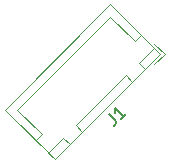
<source format=gbr>
%TF.GenerationSoftware,KiCad,Pcbnew,7.0.8*%
%TF.CreationDate,2023-11-06T14:11:06+11:00*%
%TF.ProjectId,Line 4.3,4c696e65-2034-42e3-932e-6b696361645f,rev?*%
%TF.SameCoordinates,Original*%
%TF.FileFunction,Legend,Top*%
%TF.FilePolarity,Positive*%
%FSLAX46Y46*%
G04 Gerber Fmt 4.6, Leading zero omitted, Abs format (unit mm)*
G04 Created by KiCad (PCBNEW 7.0.8) date 2023-11-06 14:11:06*
%MOMM*%
%LPD*%
G01*
G04 APERTURE LIST*
%ADD10C,0.150000*%
%ADD11C,0.120000*%
G04 APERTURE END LIST*
D10*
X198510256Y-170231661D02*
X199015332Y-170736737D01*
X199015332Y-170736737D02*
X199082676Y-170871424D01*
X199082676Y-170871424D02*
X199082676Y-171006111D01*
X199082676Y-171006111D02*
X199015332Y-171140798D01*
X199015332Y-171140798D02*
X198947989Y-171208142D01*
X199924470Y-170231661D02*
X199520409Y-170635722D01*
X199722439Y-170433691D02*
X199015332Y-169726584D01*
X199015332Y-169726584D02*
X199049004Y-169894943D01*
X199049004Y-169894943D02*
X199049004Y-170029630D01*
X199049004Y-170029630D02*
X199015332Y-170130645D01*
D11*
%TO.C,J1*%
X189677442Y-169851129D02*
X193898869Y-174072557D01*
X193898869Y-174072557D02*
X202822557Y-165148869D01*
X192307879Y-172467425D02*
X192838209Y-171937094D01*
X193368539Y-173528085D02*
X193898869Y-174058415D01*
X193898869Y-174058415D02*
X195171662Y-172785623D01*
X190752244Y-169851129D02*
X194676687Y-165926687D01*
X192838209Y-171937094D02*
X190752244Y-169851129D01*
X194641332Y-172255292D02*
X193368539Y-173528085D01*
X195171662Y-172785623D02*
X194641332Y-172255292D01*
X195701992Y-171194632D02*
X196232322Y-171724962D01*
X196232322Y-171724962D02*
X200474963Y-167482322D01*
X199944632Y-166951992D02*
X195701992Y-171194632D01*
X200474963Y-167482322D02*
X199944632Y-166951992D01*
X201005293Y-165891331D02*
X201535623Y-166421662D01*
X201535623Y-166421662D02*
X202808415Y-165148869D01*
X202348795Y-166032753D02*
X203232679Y-165148869D01*
X198601130Y-162002244D02*
X194676687Y-165926687D01*
X200687095Y-164088209D02*
X198601130Y-162002244D01*
X201217425Y-163557879D02*
X200687095Y-164088209D01*
X202278085Y-164618539D02*
X201005293Y-165891331D01*
X202808415Y-165148869D02*
X202278085Y-164618539D01*
X198601130Y-160927442D02*
X189677442Y-169851129D01*
X202822557Y-165148869D02*
X198601130Y-160927442D01*
X203232679Y-165148869D02*
X202348795Y-164264986D01*
%TD*%
M02*

</source>
